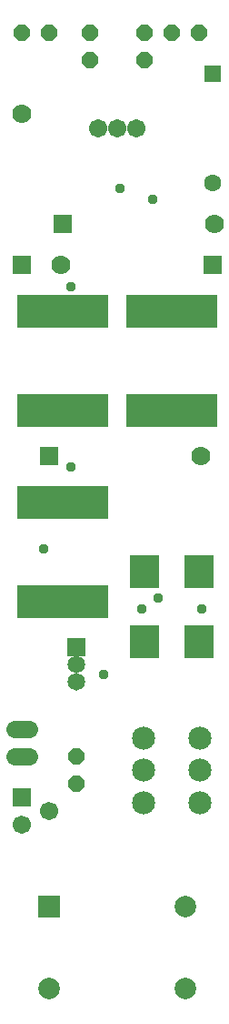
<source format=gts>
G75*
%MOIN*%
%OFA0B0*%
%FSLAX25Y25*%
%IPPOS*%
%LPD*%
%AMOC8*
5,1,8,0,0,1.08239X$1,22.5*
%
%ADD10R,0.10643X0.12217*%
%ADD11R,0.33674X0.12020*%
%ADD12R,0.07001X0.07001*%
%ADD13C,0.07001*%
%ADD14C,0.06300*%
%ADD15R,0.06300X0.06300*%
%ADD16C,0.06400*%
%ADD17R,0.06501X0.06501*%
%ADD18C,0.06501*%
%ADD19R,0.06700X0.06700*%
%ADD20C,0.06700*%
%ADD21C,0.06745*%
%ADD22OC8,0.06000*%
%ADD23C,0.08477*%
%ADD24R,0.07887X0.07887*%
%ADD25C,0.07887*%
%ADD26C,0.03778*%
D10*
X0164342Y0197138D03*
X0164342Y0222728D03*
X0184342Y0222728D03*
X0184342Y0197138D03*
D11*
X0174342Y0281823D03*
X0174342Y0318043D03*
X0134342Y0318043D03*
X0134342Y0281823D03*
X0134342Y0248043D03*
X0134342Y0211823D03*
D12*
X0129342Y0264933D03*
X0119342Y0334933D03*
X0134342Y0349933D03*
X0189342Y0334933D03*
D13*
X0189854Y0349933D03*
X0184854Y0264933D03*
X0133830Y0334933D03*
X0119342Y0390445D03*
D14*
X0189342Y0364933D03*
D15*
X0189342Y0404933D03*
D16*
X0122142Y0154933D02*
X0116542Y0154933D01*
X0116542Y0164933D02*
X0122142Y0164933D01*
D17*
X0139342Y0194933D03*
D18*
X0139342Y0188634D03*
X0139342Y0182335D03*
D19*
X0119342Y0139933D03*
D20*
X0119342Y0129933D03*
X0129342Y0134933D03*
D21*
X0147255Y0384933D03*
X0154342Y0384933D03*
X0161428Y0384933D03*
D22*
X0164342Y0409933D03*
X0164342Y0419933D03*
X0174342Y0419933D03*
X0184342Y0419933D03*
X0144342Y0419933D03*
X0144342Y0409933D03*
X0129342Y0419933D03*
X0119342Y0419933D03*
X0139342Y0154933D03*
X0139342Y0144933D03*
D23*
X0163909Y0149933D03*
X0163909Y0138122D03*
X0163909Y0161744D03*
X0184775Y0161744D03*
X0184775Y0149933D03*
X0184775Y0138122D03*
D24*
X0129342Y0099933D03*
D25*
X0129342Y0069933D03*
X0179342Y0069933D03*
X0179342Y0099933D03*
D26*
X0149342Y0184933D03*
X0163342Y0208933D03*
X0169342Y0212933D03*
X0185342Y0208933D03*
X0137342Y0260933D03*
X0127342Y0230933D03*
X0137342Y0326933D03*
X0155342Y0362933D03*
X0167342Y0358933D03*
M02*

</source>
